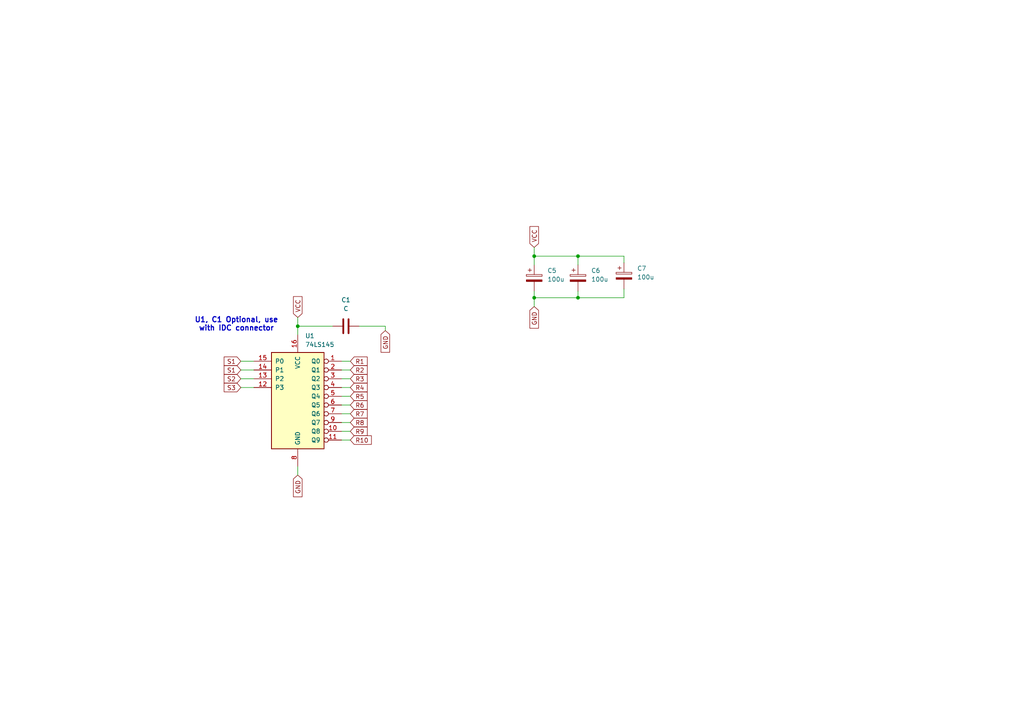
<source format=kicad_sch>
(kicad_sch (version 20250114) (generator "eeschema") (generator_version "9.0")
  (paper "A4")
  (lib_symbols
    (symbol "74xx:74LS145" (pin_names (offset 1.016))
      (property "Reference" "U" (at -7.62 13.97 0))
      (property "Value" "74LS145" (at -7.62 -16.51 0))
      (symbol "74LS145_1_0"
        (pin input line (at -12.7 10.16 0) (length 5.08) (name "P0") (number "15"))
        (pin input line (at -12.7 7.62 0) (length 5.08) (name "P1") (number "14"))
        (pin input line (at -12.7 5.08 0) (length 5.08) (name "P2") (number "13"))
        (pin input line (at -12.7 2.54 0) (length 5.08) (name "P3") (number "12"))
        (pin power_in line (at 0 17.78 270) (length 5.08) (name "VCC") (number "16"))
        (pin power_in line (at 0 -20.32 90) (length 5.08) (name "GND") (number "8"))
        (pin open_collector inverted (at 12.7 10.16 180) (length 5.08) (name "Q0") (number "1"))
        (pin open_collector inverted (at 12.7 7.62 180) (length 5.08) (name "Q1") (number "2"))
        (pin open_collector inverted (at 12.7 5.08 180) (length 5.08) (name "Q2") (number "3"))
        (pin open_collector inverted (at 12.7 2.54 180) (length 5.08) (name "Q3") (number "4"))
        (pin open_collector inverted (at 12.7 0 180) (length 5.08) (name "Q4") (number "5"))
        (pin open_collector inverted (at 12.7 -2.54 180) (length 5.08) (name "Q5") (number "6"))
        (pin open_collector inverted (at 12.7 -5.08 180) (length 5.08) (name "Q6") (number "7"))
        (pin open_collector inverted (at 12.7 -7.62 180) (length 5.08) (name "Q7") (number "9"))
        (pin open_collector inverted (at 12.7 -10.16 180) (length 5.08) (name "Q8") (number "10"))
        (pin open_collector inverted (at 12.7 -12.7 180) (length 5.08) (name "Q9") (number "11"))
      )
      (symbol "74LS145_1_1"
        (rectangle (start -7.62 12.7) (end 7.62 -15.24) (stroke (width 0.254)) (fill (type background)))
      )
    )
    (symbol "Device:C" (pin_numbers (hide yes)) (pin_names (offset 0.254))
      (property "Reference" "C" (at 0.635 2.54 0))
      (property "Value" "C" (at 0.635 -2.54 0))
      (symbol "C_0_1"
        (polyline (pts (xy -2.032 0.762) (xy 2.032 0.762)) (stroke (width 0.508)))
        (polyline (pts (xy -2.032 -0.762) (xy 2.032 -0.762)) (stroke (width 0.508)))
      )
      (symbol "C_1_1"
        (pin passive line (at 0 3.81 270) (length 2.794) (name "~") (number "1"))
        (pin passive line (at 0 -3.81 90) (length 2.794) (name "~") (number "2"))
      )
    )
    (symbol "Device:C_Polarized" (pin_numbers (hide yes)) (pin_names (offset 0.254))
      (property "Reference" "C" (at 0.635 2.54 0))
      (property "Value" "C_Polarized" (at 0.635 -2.54 0))
      (symbol "C_Polarized_0_1"
        (rectangle (start -2.286 0.508) (end 2.286 1.016))
        (polyline (pts (xy -1.778 2.286) (xy -0.762 2.286)))
        (polyline (pts (xy -1.27 2.794) (xy -1.27 1.778)))
        (rectangle (start 2.286 -0.508) (end -2.286 -1.016) (fill (type outline)))
      )
      (symbol "C_Polarized_1_1"
        (pin passive line (at 0 3.81 270) (length 2.794) (name "~") (number "1"))
        (pin passive line (at 0 -3.81 90) (length 2.794) (name "~") (number "2"))
      )
    )
  )
  (text "U1, C1 Optional, use\nwith IDC connector" (at 68.58 94.107 0) (effects (font (size 1.5 1.5) (thickness 0.3) (bold yes))))
  (junction (at 167.64 86.36))
  (junction (at 167.64 74.295))
  (junction (at 154.94 86.36))
  (junction (at 86.36 94.615))
  (junction (at 154.94 74.295))
  (wire (pts (xy 99.06 107.315) (xy 101.6 107.315)))
  (wire (pts (xy 111.76 94.615) (xy 111.76 95.885)))
  (wire (pts (xy 86.36 92.075) (xy 86.36 94.615)))
  (wire (pts (xy 154.94 71.755) (xy 154.94 74.295)))
  (wire (pts (xy 180.975 76.2) (xy 180.975 74.295)))
  (wire (pts (xy 167.64 84.455) (xy 167.64 86.36)))
  (wire (pts (xy 86.36 94.615) (xy 96.52 94.615)))
  (wire (pts (xy 86.36 94.615) (xy 86.36 97.155)))
  (wire (pts (xy 154.94 86.36) (xy 154.94 88.9)))
  (wire (pts (xy 69.85 112.395) (xy 73.66 112.395)))
  (wire (pts (xy 99.06 120.015) (xy 101.6 120.015)))
  (wire (pts (xy 167.64 74.295) (xy 180.975 74.295)))
  (wire (pts (xy 99.06 127.635) (xy 101.6 127.635)))
  (wire (pts (xy 69.85 104.775) (xy 73.66 104.775)))
  (wire (pts (xy 99.06 109.855) (xy 101.6 109.855)))
  (wire (pts (xy 104.14 94.615) (xy 111.76 94.615)))
  (wire (pts (xy 167.64 86.36) (xy 180.975 86.36)))
  (wire (pts (xy 99.06 125.095) (xy 101.6 125.095)))
  (wire (pts (xy 180.975 83.82) (xy 180.975 86.36)))
  (wire (pts (xy 86.36 135.255) (xy 86.36 137.795)))
  (wire (pts (xy 99.06 104.775) (xy 101.6 104.775)))
  (wire (pts (xy 69.85 107.315) (xy 73.66 107.315)))
  (wire (pts (xy 154.94 74.295) (xy 154.94 76.835)))
  (wire (pts (xy 154.94 86.36) (xy 167.64 86.36)))
  (wire (pts (xy 99.06 112.395) (xy 101.6 112.395)))
  (wire (pts (xy 99.06 122.555) (xy 101.6 122.555)))
  (wire (pts (xy 69.85 109.855) (xy 73.66 109.855)))
  (wire (pts (xy 99.06 117.475) (xy 101.6 117.475)))
  (wire (pts (xy 154.94 84.455) (xy 154.94 86.36)))
  (wire (pts (xy 167.64 74.295) (xy 167.64 76.835)))
  (wire (pts (xy 99.06 114.935) (xy 101.6 114.935)))
  (wire (pts (xy 154.94 74.295) (xy 167.64 74.295)))
  (global_label "R10" (shape input) (at 101.6 127.635 0) (property "Intersheetrefs" "${INTERSHEET_REFS}" (effects (hide yes))))
  (global_label "GND" (shape input) (at 86.36 137.795 270) (property "Intersheetrefs" "${INTERSHEET_REFS}" (effects (hide yes))))
  (global_label "R8" (shape input) (at 101.6 122.555 0) (property "Intersheetrefs" "${INTERSHEET_REFS}" (effects (hide yes))))
  (global_label "R9" (shape input) (at 101.6 125.095 0) (property "Intersheetrefs" "${INTERSHEET_REFS}" (effects (hide yes))))
  (global_label "VCC" (shape input) (at 86.36 92.075 90) (property "Intersheetrefs" "${INTERSHEET_REFS}" (effects (hide yes))))
  (global_label "R1" (shape input) (at 101.6 104.775 0) (property "Intersheetrefs" "${INTERSHEET_REFS}" (effects (hide yes))))
  (global_label "S3" (shape input) (at 69.85 112.395 180) (property "Intersheetrefs" "${INTERSHEET_REFS}" (effects (hide yes))))
  (global_label "VCC" (shape input) (at 154.94 71.755 90) (property "Intersheetrefs" "${INTERSHEET_REFS}" (effects (hide yes))))
  (global_label "R7" (shape input) (at 101.6 120.015 0) (property "Intersheetrefs" "${INTERSHEET_REFS}" (effects (hide yes))))
  (global_label "R5" (shape input) (at 101.6 114.935 0) (property "Intersheetrefs" "${INTERSHEET_REFS}" (effects (hide yes))))
  (global_label "S2" (shape input) (at 69.85 109.855 180) (property "Intersheetrefs" "${INTERSHEET_REFS}" (effects (hide yes))))
  (global_label "S1" (shape input) (at 69.85 104.775 180) (property "Intersheetrefs" "${INTERSHEET_REFS}" (effects (hide yes))))
  (global_label "R2" (shape input) (at 101.6 107.315 0) (property "Intersheetrefs" "${INTERSHEET_REFS}" (effects (hide yes))))
  (global_label "S1" (shape input) (at 69.85 107.315 180) (property "Intersheetrefs" "${INTERSHEET_REFS}" (effects (hide yes))))
  (global_label "GND" (shape input) (at 111.76 95.885 270) (property "Intersheetrefs" "${INTERSHEET_REFS}" (effects (hide yes))))
  (global_label "GND" (shape input) (at 154.94 88.9 270) (property "Intersheetrefs" "${INTERSHEET_REFS}" (effects (hide yes))))
  (global_label "R4" (shape input) (at 101.6 112.395 0) (property "Intersheetrefs" "${INTERSHEET_REFS}" (effects (hide yes))))
  (global_label "R3" (shape input) (at 101.6 109.855 0) (property "Intersheetrefs" "${INTERSHEET_REFS}" (effects (hide yes))))
  (global_label "R6" (shape input) (at 101.6 117.475 0) (property "Intersheetrefs" "${INTERSHEET_REFS}" (effects (hide yes))))
  (symbol (lib_id "Device:C") (at 100.33 94.615 90) (unit 1)
    (property "Reference" "C1" (at 100.33 86.995 90))
    (property "Value" "C" (at 100.33 89.535 90))
    (property "Footprint" "Capacitor_SMD:C_0603_1608Metric_Pad1.08x0.95mm_HandSolder" (effects (hide yes)))
    (property "Description" "Unpolarized capacitor" (effects (hide yes)))
  )
  (symbol (lib_id "74xx:74LS145") (at 86.36 114.935 0) (unit 1)
    (property "Reference" "U1" (at 88.5033 97.409 0) (effects (justify left)))
    (property "Value" "74LS145" (at 88.5033 99.949 0) (effects (justify left)))
    (property "Footprint" "Package_DIP:DIP-16_W7.62mm" (effects (hide yes)))
    (property "Datasheet" "http://www.ti.com/lit/gpn/sn74LS145" (effects (hide yes)))
    (property "Description" "Decoder 1 to 10, Open Collector" (effects (hide yes)))
  )
  (symbol (lib_id "Device:C_Polarized") (at 167.64 80.645 0) (unit 1)
    (property "Reference" "C6" (at 171.45 78.4859 0) (effects (justify left)))
    (property "Value" "100u" (at 171.45 81.0259 0) (effects (justify left)))
    (property "Footprint" "Capacitor_SMD:C_1206_3216Metric_Pad1.33x1.80mm_HandSolder" (effects (hide yes)))
    (property "Description" "Polarized capacitor" (effects (hide yes)))
  )
  (symbol (lib_id "Device:C_Polarized") (at 154.94 80.645 0) (unit 1)
    (property "Reference" "C5" (at 158.75 78.4859 0) (effects (justify left)))
    (property "Value" "100u" (at 158.75 81.0259 0) (effects (justify left)))
    (property "Footprint" "Capacitor_SMD:C_1206_3216Metric_Pad1.33x1.80mm_HandSolder" (effects (hide yes)))
    (property "Description" "Polarized capacitor" (effects (hide yes)))
  )
  (symbol (lib_id "Device:C_Polarized") (at 180.975 80.01 0) (unit 1)
    (property "Reference" "C7" (at 184.785 77.8509 0) (effects (justify left)))
    (property "Value" "100u" (at 184.785 80.3909 0) (effects (justify left)))
    (property "Footprint" "Capacitor_SMD:C_1206_3216Metric_Pad1.33x1.80mm_HandSolder" (effects (hide yes)))
    (property "Description" "Polarized capacitor" (effects (hide yes)))
  )
)
</source>
